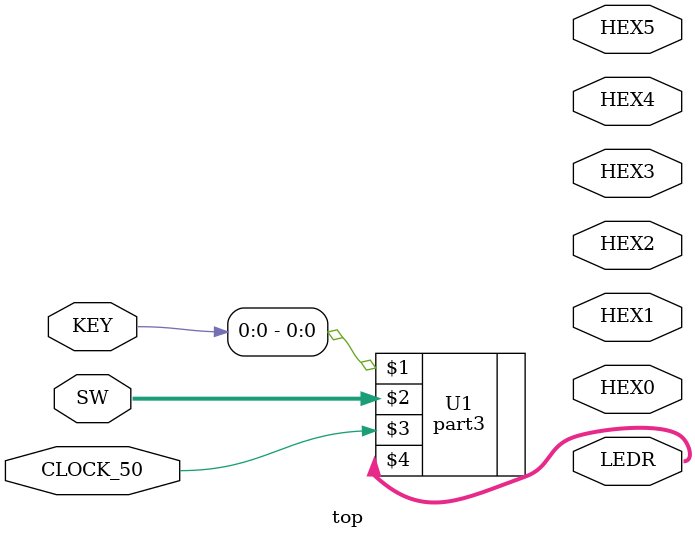
<source format=v>
module top (CLOCK_50, SW, KEY, HEX0, HEX1, HEX2, HEX3, HEX4, HEX5, LEDR);

    input CLOCK_50;             // DE-series 50 MHz clock signal
    input wire [9:0] SW;        // DE-series switches
    input wire [3:0] KEY;       // DE-series pushbuttons

    output wire [6:0] HEX0;     // DE-series HEX displays
    output wire [6:0] HEX1;
    output wire [6:0] HEX2;
    output wire [6:0] HEX3;
    output wire [6:0] HEX4;
    output wire [6:0] HEX5;

    output wire [9:0] LEDR;     // DE-series LEDs   

    part3 U1 (KEY[0], SW, CLOCK_50, LEDR);

endmodule


</source>
